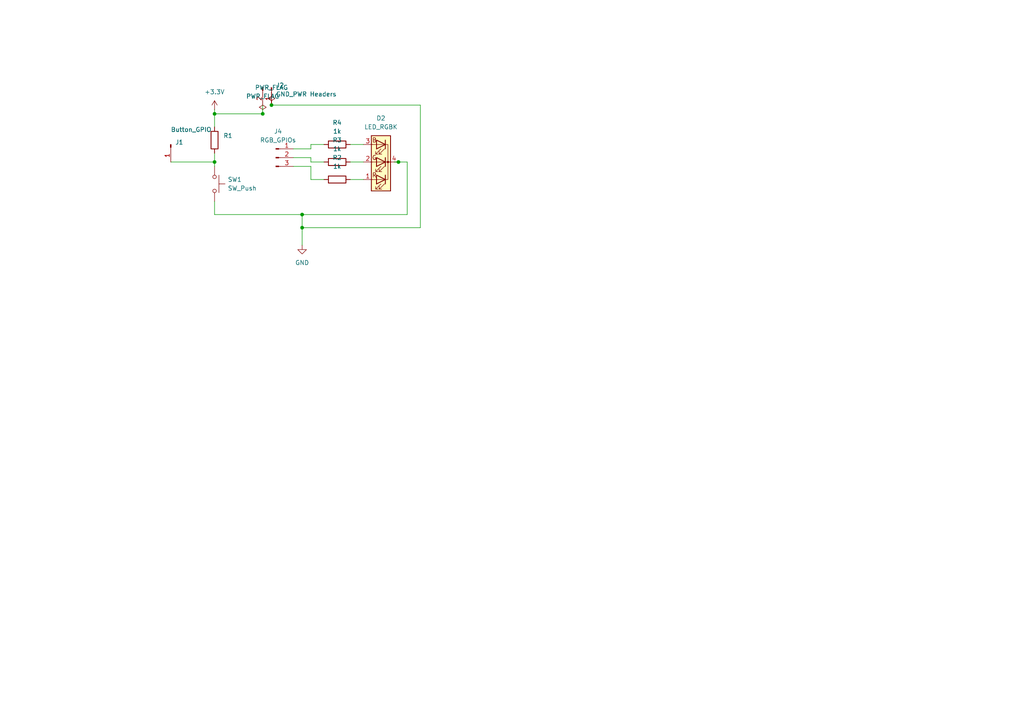
<source format=kicad_sch>
(kicad_sch (version 20250114) (generator "eeschema") (generator_version "9.0")
  (paper "A4")
  (lib_symbols
    (symbol "Connector:Conn_01x01_Pin" (pin_names (offset 1.016) (hide yes))
      (property "Reference" "J" (at 0 2.54 0))
      (property "Value" "Conn_01x01_Pin" (at 0 -2.54 0))
      (symbol "Conn_01x01_Pin_1_1"
        (rectangle (start 0.8636 0.127) (end 0 -0.127) (stroke (width 0.1524)) (fill (type outline)))
        (polyline (pts (xy 1.27 0) (xy 0.8636 0)) (stroke (width 0.1524)))
        (pin passive line (at 5.08 0 180) (length 3.81) (name "Pin_1") (number "1"))
      )
    )
    (symbol "Connector:Conn_01x02_Pin" (pin_names (offset 1.016) (hide yes))
      (property "Reference" "J" (at 0 2.54 0))
      (property "Value" "Conn_01x02_Pin" (at 0 -5.08 0))
      (symbol "Conn_01x02_Pin_1_1"
        (rectangle (start 0.8636 0.127) (end 0 -0.127) (stroke (width 0.1524)) (fill (type outline)))
        (rectangle (start 0.8636 -2.413) (end 0 -2.667) (stroke (width 0.1524)) (fill (type outline)))
        (polyline (pts (xy 1.27 0) (xy 0.8636 0)) (stroke (width 0.1524)))
        (polyline (pts (xy 1.27 -2.54) (xy 0.8636 -2.54)) (stroke (width 0.1524)))
        (pin passive line (at 5.08 0 180) (length 3.81) (name "Pin_1") (number "1"))
        (pin passive line (at 5.08 -2.54 180) (length 3.81) (name "Pin_2") (number "2"))
      )
    )
    (symbol "Connector:Conn_01x03_Pin" (pin_names (offset 1.016) (hide yes))
      (property "Reference" "J" (at 0 5.08 0))
      (property "Value" "Conn_01x03_Pin" (at 0 -5.08 0))
      (symbol "Conn_01x03_Pin_1_1"
        (rectangle (start 0.8636 2.667) (end 0 2.413) (stroke (width 0.1524)) (fill (type outline)))
        (rectangle (start 0.8636 0.127) (end 0 -0.127) (stroke (width 0.1524)) (fill (type outline)))
        (rectangle (start 0.8636 -2.413) (end 0 -2.667) (stroke (width 0.1524)) (fill (type outline)))
        (polyline (pts (xy 1.27 2.54) (xy 0.8636 2.54)) (stroke (width 0.1524)))
        (polyline (pts (xy 1.27 0) (xy 0.8636 0)) (stroke (width 0.1524)))
        (polyline (pts (xy 1.27 -2.54) (xy 0.8636 -2.54)) (stroke (width 0.1524)))
        (pin passive line (at 5.08 2.54 180) (length 3.81) (name "Pin_1") (number "1"))
        (pin passive line (at 5.08 0 180) (length 3.81) (name "Pin_2") (number "2"))
        (pin passive line (at 5.08 -2.54 180) (length 3.81) (name "Pin_3") (number "3"))
      )
    )
    (symbol "Device:LED_RGBK" (pin_names (offset 0) (hide yes))
      (property "Reference" "D" (at 0 9.398 0))
      (property "Value" "LED_RGBK" (at 0 -8.89 0))
      (symbol "LED_RGBK_0_0"
        (text "R" (at 1.905 3.81 0) (effects (font (size 1.27 1.27))))
        (text "G" (at 1.905 -1.27 0) (effects (font (size 1.27 1.27))))
        (text "B" (at 1.905 -6.35 0) (effects (font (size 1.27 1.27))))
      )
      (symbol "LED_RGBK_0_1"
        (circle (center -2.032 0) (radius 0.254) (fill (type outline)))
        (polyline (pts (xy -1.27 6.35) (xy -1.27 3.81)) (stroke (width 0.254)))
        (polyline (pts (xy -1.27 6.35) (xy -1.27 3.81) (xy -1.27 3.81)))
        (polyline (pts (xy -1.27 5.08) (xy 1.27 5.08)))
        (polyline (pts (xy -1.27 5.08) (xy -2.032 5.08) (xy -2.032 -5.08) (xy -1.016 -5.08)))
        (polyline (pts (xy -1.27 1.27) (xy -1.27 -1.27)) (stroke (width 0.254)))
        (polyline (pts (xy -1.27 1.27) (xy -1.27 -1.27) (xy -1.27 -1.27)))
        (polyline (pts (xy -1.27 0) (xy -2.54 0)))
        (polyline (pts (xy -1.27 -3.81) (xy -1.27 -6.35)) (stroke (width 0.254)))
        (polyline (pts (xy -1.27 -5.08) (xy 1.27 -5.08)))
        (polyline (pts (xy -1.016 6.35) (xy 0.508 7.874) (xy -0.254 7.874) (xy 0.508 7.874) (xy 0.508 7.112)))
        (polyline (pts (xy -1.016 1.27) (xy 0.508 2.794) (xy -0.254 2.794) (xy 0.508 2.794) (xy 0.508 2.032)))
        (polyline (pts (xy -1.016 -3.81) (xy 0.508 -2.286) (xy -0.254 -2.286) (xy 0.508 -2.286) (xy 0.508 -3.048)))
        (polyline (pts (xy 0 6.35) (xy 1.524 7.874) (xy 0.762 7.874) (xy 1.524 7.874) (xy 1.524 7.112)))
        (polyline (pts (xy 0 1.27) (xy 1.524 2.794) (xy 0.762 2.794) (xy 1.524 2.794) (xy 1.524 2.032)))
        (polyline (pts (xy 0 -3.81) (xy 1.524 -2.286) (xy 0.762 -2.286) (xy 1.524 -2.286) (xy 1.524 -3.048)))
        (polyline (pts (xy 1.27 6.35) (xy 1.27 3.81) (xy -1.27 5.08) (xy 1.27 6.35)) (stroke (width 0.254)))
        (rectangle (start 1.27 6.35) (end 1.27 6.35))
        (polyline (pts (xy 1.27 5.08) (xy 2.54 5.08)))
        (rectangle (start 1.27 3.81) (end 1.27 6.35))
        (polyline (pts (xy 1.27 1.27) (xy 1.27 -1.27) (xy -1.27 0) (xy 1.27 1.27)) (stroke (width 0.254)))
        (rectangle (start 1.27 1.27) (end 1.27 1.27))
        (polyline (pts (xy 1.27 0) (xy -1.27 0)))
        (polyline (pts (xy 1.27 0) (xy 2.54 0)))
        (rectangle (start 1.27 -1.27) (end 1.27 1.27))
        (polyline (pts (xy 1.27 -3.81) (xy 1.27 -6.35) (xy -1.27 -5.08) (xy 1.27 -3.81)) (stroke (width 0.254)))
        (polyline (pts (xy 1.27 -5.08) (xy 2.54 -5.08)))
        (rectangle (start 2.794 8.382) (end -2.794 -7.62) (stroke (width 0.254)) (fill (type background)))
      )
      (symbol "LED_RGBK_1_1"
        (pin passive line (at -5.08 0 0) (length 2.54) (name "K") (number "4"))
        (pin passive line (at 5.08 5.08 180) (length 2.54) (name "RA") (number "1"))
        (pin passive line (at 5.08 0 180) (length 2.54) (name "GA") (number "2"))
        (pin passive line (at 5.08 -5.08 180) (length 2.54) (name "BA") (number "3"))
      )
    )
    (symbol "Device:R" (pin_numbers (hide yes)) (pin_names (offset 0))
      (property "Reference" "R" (at 2.032 0 90))
      (property "Value" "R" (at 0 0 90))
      (symbol "R_0_1"
        (rectangle (start -1.016 -2.54) (end 1.016 2.54) (stroke (width 0.254)))
      )
      (symbol "R_1_1"
        (pin passive line (at 0 3.81 270) (length 1.27) (name "~") (number "1"))
        (pin passive line (at 0 -3.81 90) (length 1.27) (name "~") (number "2"))
      )
    )
    (symbol "Switch:SW_Push" (pin_numbers (hide yes)) (pin_names (offset 1.016) (hide yes))
      (property "Reference" "SW" (at 1.27 2.54 0))
      (property "Value" "SW_Push" (at 0 -1.524 0))
      (symbol "SW_Push_0_1"
        (circle (center -2.032 0) (radius 0.508))
        (polyline (pts (xy 0 1.27) (xy 0 3.048)))
        (circle (center 2.032 0) (radius 0.508))
        (polyline (pts (xy 2.54 1.27) (xy -2.54 1.27)))
        (pin passive line (at -5.08 0 0) (length 2.54) (name "1") (number "1"))
        (pin passive line (at 5.08 0 180) (length 2.54) (name "2") (number "2"))
      )
    )
    (symbol "power:+3.3V" (power) (pin_numbers (hide yes)) (pin_names (offset 0) (hide yes))
      (property "Value" "+3.3V" (at 0 3.556 0))
      (symbol "+3.3V_0_1"
        (polyline (pts (xy -0.762 1.27) (xy 0 2.54)))
        (polyline (pts (xy 0 2.54) (xy 0.762 1.27)))
        (polyline (pts (xy 0 0) (xy 0 2.54)))
      )
      (symbol "+3.3V_1_1"
        (pin power_in line (at 0 0 90) (length 0) (name "~") (number "1"))
      )
    )
    (symbol "power:GND" (power) (pin_numbers (hide yes)) (pin_names (offset 0) (hide yes))
      (property "Value" "GND" (at 0 -3.81 0))
      (symbol "GND_0_1"
        (polyline (pts (xy 0 0) (xy 0 -1.27) (xy 1.27 -1.27) (xy 0 -2.54) (xy -1.27 -1.27) (xy 0 -1.27)))
      )
      (symbol "GND_1_1"
        (pin power_in line (at 0 0 270) (length 0) (name "~") (number "1"))
      )
    )
    (symbol "power:PWR_FLAG" (power) (pin_numbers (hide yes)) (pin_names (offset 0) (hide yes))
      (property "Value" "PWR_FLAG" (at 0 3.81 0))
      (symbol "PWR_FLAG_0_0"
        (pin power_out line (at 0 0 90) (length 0) (name "~") (number "1"))
      )
      (symbol "PWR_FLAG_0_1"
        (polyline (pts (xy 0 0) (xy 0 1.27) (xy -1.016 1.905) (xy 0 2.54) (xy 1.016 1.905) (xy 0 1.27)))
      )
    )
  )
  (junction (at 62.23 33.02))
  (junction (at 115.57 46.99))
  (junction (at 76.2 33.02))
  (junction (at 87.63 66.04))
  (junction (at 62.23 46.99))
  (junction (at 87.63 62.23))
  (junction (at 78.74 30.48))
  (wire (pts (xy 87.63 62.23) (xy 87.63 66.04)))
  (wire (pts (xy 49.53 46.99) (xy 62.23 46.99)))
  (wire (pts (xy 78.74 30.48) (xy 121.92 30.48)))
  (wire (pts (xy 87.63 66.04) (xy 87.63 71.12)))
  (wire (pts (xy 101.6 41.91) (xy 105.41 41.91)))
  (wire (pts (xy 62.23 46.99) (xy 62.23 48.26)))
  (wire (pts (xy 87.63 62.23) (xy 118.11 62.23)))
  (wire (pts (xy 62.23 31.75) (xy 62.23 33.02)))
  (wire (pts (xy 85.09 43.18) (xy 90.17 43.18)))
  (wire (pts (xy 121.92 30.48) (xy 121.92 66.04)))
  (wire (pts (xy 76.2 30.48) (xy 76.2 33.02)))
  (wire (pts (xy 114.3 46.99) (xy 115.57 46.99)))
  (wire (pts (xy 90.17 48.26) (xy 90.17 52.07)))
  (wire (pts (xy 90.17 41.91) (xy 93.98 41.91)))
  (wire (pts (xy 90.17 46.99) (xy 93.98 46.99)))
  (wire (pts (xy 121.92 66.04) (xy 87.63 66.04)))
  (wire (pts (xy 85.09 48.26) (xy 90.17 48.26)))
  (wire (pts (xy 90.17 43.18) (xy 90.17 41.91)))
  (wire (pts (xy 90.17 52.07) (xy 93.98 52.07)))
  (wire (pts (xy 115.57 46.99) (xy 118.11 46.99)))
  (wire (pts (xy 62.23 62.23) (xy 62.23 58.42)))
  (wire (pts (xy 118.11 46.99) (xy 118.11 62.23)))
  (wire (pts (xy 62.23 44.45) (xy 62.23 46.99)))
  (wire (pts (xy 87.63 62.23) (xy 62.23 62.23)))
  (wire (pts (xy 62.23 33.02) (xy 76.2 33.02)))
  (wire (pts (xy 101.6 52.07) (xy 105.41 52.07)))
  (wire (pts (xy 62.23 33.02) (xy 62.23 36.83)))
  (wire (pts (xy 85.09 45.72) (xy 90.17 45.72)))
  (wire (pts (xy 101.6 46.99) (xy 105.41 46.99)))
  (wire (pts (xy 90.17 45.72) (xy 90.17 46.99)))
  (symbol (lib_id "Device:LED_RGBK") (at 110.49 46.99 180) (unit 1)
    (property "Reference" "D2" (at 110.49 34.29 0))
    (property "Value" "LED_RGBK" (at 110.49 36.83 0))
    (property "Footprint" "LED_THT:LED_D5.0mm-4_RGB" (effects (hide yes)))
    (property "Description" "RGB LED, red/green/blue/cathode" (effects (hide yes)))
  )
  (symbol (lib_id "power:PWR_FLAG") (at 76.2 33.02 0) (unit 1)
    (property "Reference" "#FLG01" (effects (hide yes)))
    (property "Value" "PWR_FLAG" (at 76.2 27.94 0))
    (property "Description" "Special symbol for telling ERC where power comes from" (effects (hide yes)))
  )
  (symbol (lib_id "Device:R") (at 97.79 46.99 90) (unit 1)
    (property "Reference" "R3" (at 97.79 40.64 90))
    (property "Value" "1k" (at 97.79 43.18 90))
    (property "Footprint" "Resistor_SMD:R_0805_2012Metric" (effects (hide yes)))
    (property "Description" "Resistor" (effects (hide yes)))
  )
  (symbol (lib_id "Device:R") (at 97.79 41.91 90) (unit 1)
    (property "Reference" "R4" (at 97.79 35.56 90))
    (property "Value" "1k" (at 97.79 38.1 90))
    (property "Footprint" "Resistor_SMD:R_0805_2012Metric" (effects (hide yes)))
    (property "Description" "Resistor" (effects (hide yes)))
  )
  (symbol (lib_id "Connector:Conn_01x02_Pin") (at 78.74 25.4 270) (unit 1)
    (property "Reference" "J2" (at 80.01 24.7649 90) (effects (justify left)))
    (property "Value" "GND_PWR Headers" (at 80.01 27.3049 90) (effects (justify left)))
    (property "Footprint" "Connector_PinHeader_2.54mm:PinHeader_1x02_P2.54mm_Vertical" (effects (hide yes)))
    (property "Description" "Generic connector, single row, 01x02, script generated" (effects (hide yes)))
  )
  (symbol (lib_id "Connector:Conn_01x01_Pin") (at 49.53 41.91 270) (unit 1)
    (property "Reference" "J1" (at 50.8 41.2749 90) (effects (justify left)))
    (property "Value" "Button_GPIO" (at 49.53 37.592 90) (effects (justify left)))
    (property "Footprint" "Connector_PinHeader_2.54mm:PinHeader_1x03_P2.54mm_Vertical" (effects (hide yes)))
    (property "Description" "Generic connector, single row, 01x01, script generated" (effects (hide yes)))
  )
  (symbol (lib_id "Switch:SW_Push") (at 62.23 53.34 270) (unit 1)
    (property "Reference" "SW1" (at 66.04 52.0699 90) (effects (justify left)))
    (property "Value" "SW_Push" (at 66.04 54.6099 90) (effects (justify left)))
    (property "Footprint" "Button_Switch_THT:SW_PUSH_6mm" (effects (hide yes)))
    (property "Description" "Push button switch, generic, two pins" (effects (hide yes)))
  )
  (symbol (lib_id "Device:R") (at 97.79 52.07 90) (unit 1)
    (property "Reference" "R2" (at 97.79 45.72 90))
    (property "Value" "1k" (at 97.79 48.26 90))
    (property "Footprint" "Resistor_SMD:R_0805_2012Metric" (effects (hide yes)))
    (property "Description" "Resistor" (effects (hide yes)))
  )
  (symbol (lib_id "Connector:Conn_01x03_Pin") (at 80.01 45.72 0) (unit 1)
    (property "Reference" "J4" (at 80.645 38.1 0))
    (property "Value" "RGB_GPIOs" (at 80.645 40.64 0))
    (property "Footprint" "Connector_PinHeader_2.54mm:PinHeader_1x03_P2.54mm_Vertical" (effects (hide yes)))
    (property "Description" "Generic connector, single row, 01x03, script generated" (effects (hide yes)))
  )
  (symbol (lib_id "power:PWR_FLAG") (at 78.74 30.48 0) (unit 1)
    (property "Reference" "#FLG02" (effects (hide yes)))
    (property "Value" "PWR_FLAG" (at 78.74 25.4 0))
    (property "Description" "Special symbol for telling ERC where power comes from" (effects (hide yes)))
  )
  (symbol (lib_id "Device:R") (at 62.23 40.64 0) (unit 1)
    (property "Reference" "R1" (at 64.77 39.3699 0) (effects (justify left)))
    (property "Value" "1k" (effects (hide yes)))
    (property "Footprint" "Resistor_SMD:R_0805_2012Metric" (effects (hide yes)))
    (property "Description" "Resistor" (effects (hide yes)))
  )
  (symbol (lib_id "power:+3.3V") (at 62.23 31.75 0) (unit 1)
    (property "Reference" "#PWR01" (effects (hide yes)))
    (property "Value" "+3.3V" (at 62.23 26.67 0))
    (property "Description" "Power symbol creates a global label with name \"+3.3V\"" (effects (hide yes)))
  )
  (symbol (lib_id "power:GND") (at 87.63 71.12 0) (unit 1)
    (property "Reference" "#PWR02" (effects (hide yes)))
    (property "Value" "GND" (at 87.63 76.2 0))
    (property "Description" "Power symbol creates a global label with name \"GND\" , ground" (effects (hide yes)))
  )
)
</source>
